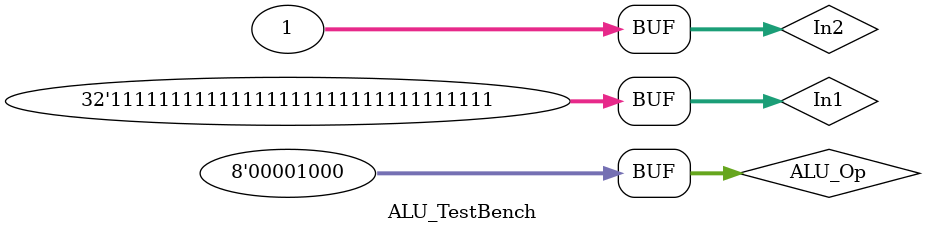
<source format=v>
module ALU(ALU_Op,In1,In2,Result,Z,Cout,OF);// add the flag . 

  //Scalers
  
    output Cout , OF;
	 output reg Z ;

  //Vectors

    input [7:0]  ALU_Op    ;// ALU Operation
    input [31:0] In1 , In2 ;// ALU Inputs

    output  reg [31:0] Result;// ALU Output

  //Wires
  
    wire       S       , Cin                                                       ;
    wire [31:0]Result0 , Result1 , Result2 , Result3 , Result4 , Result5 , Result6 ;
	 

  //Operations 
  
    parameter ADD   = 8'h0  , SUB = 8'h1  , AND32 = 8'h2  , OR32 = 8'h3  , XOR32 = 8'h4  , 
              NOR32 = 8'h5  , SRL = 8'h6  , SLL   = 8'h7  , ADDU = 8'h8  , SUBU  = 8'h9  ,
				  BEQ   = 8'h10 , BNE = 8'h11 , BLT   = 8'h12 , BGT  = 8'h13 , BGE   = 8'h14 ,
				  BLE   = 8'h15 ;

  // Unsigned --> S = 0 , Signed --> S = 1 
  
    assign S   = (ALU_Op == ADD) |  (ALU_Op == SUB) ;
	 
  // Carry In Bit
  
    assign Cin = (ALU_Op == SUB) |   (ALU_Op ==SUBU);
	 
  // 32 - bit Carry lookahead Adder model 
  
    adder_cla adder_2 (Cin , S , In1 , In2 , Result0 , Cout , OF); 

  // 32 - bits And Gate
  
    And32_Gate b (Result1 , In1 , In2);
	 
  // 32 - bits Or Gate
	 
    Or32_Gate c(Result2 , In1 , In2);
	 
  // 32 - bits Xor Gate

	 Xor32_Gate d (Result3 , In1 , In2);
	 
  // 32 - bits Nor Gate
  
    Nor32_Gate e (Result4 , In1 , In2);
	 
  // 32 - bits Shift Left Logical model
 
    SLL32_Bit f (Result5 , In1 , In2);

  // 32 - bits Shift Right Logical model
    
	 SRL32_Bit g (Result6 , In1 , In2);
  
  /**********************************/

    always@(*) begin
	 
      case(ALU_Op)
		
		  ADD : begin Result = Result0;Z = 1'b0; end 
		  SUB : begin Result = Result0;Z = 1'b0; end 
		  SUBU: begin Result = Result0;Z = 1'b0; end 
		  ADDU: begin Result = Result0;Z = 1'b0; end 

		  
		  AND32: begin Result = Result1;Z = 1'b0; end 
        OR32 : begin Result = Result2;Z = 1'b0; end 
		  XOR32: begin Result = Result3;Z = 1'b0; end 
		  NOR32: begin Result = Result4;Z = 1'b0; end 
		
		  SLL: begin Result = Result5;Z = 1'b0; end
		  SRL: begin Result = Result6;Z = 1'b0; end
		  
		  BEQ: Z = (In1 == In2) ? 1'b1 : 1'b0 ;
		  BNE: Z = (In1 != In2) ? 1'b1 : 1'b0 ;
		  BLT: Z = (In1 < In2)  ? 1'b1 : 1'b0 ;
		  BGT: Z = (In1 > In2)  ? 1'b1 : 1'b0 ;
		  BGE: Z = (In1 >= In2) ? 1'b1 : 1'b0 ;
		  BLE: Z = (In1 <= In2) ? 1'b1 : 1'b0 ;

		endcase
	 end
endmodule 


module ALU_TestBench();

  // Reg for Test Values.

    reg [31:0] In1   , In2;
    reg [7:0]  ALU_Op     ;
	 
  //  Define the output Wires.

    wire [31:0] Result;
    wire Z,Cout,OF;

    parameter ADD   = 8'h0  , SUB = 8'h1  , AND32 = 8'h2  , OR32 = 8'h3  , XOR32 = 8'h4  , 
              NOR32 = 8'h5  , SRL = 8'h6  , SLL   = 8'h7  , ADDU = 8'h8  , SUBU  = 8'h9  ,
				  BEQ   = 8'h10 , BNE = 8'h11 , BLT   = 8'h12 , BGT  = 8'h13 , BGE   = 8'h14 ,
				  BLE   = 8'h15 ;



  // Device Under Test .

   ALU DUT (ALU_Op,In1,In2,Result,Z,Cout,OF);

  /************************/

  `timescale 1ns / 1ps

  initial begin
  
	
    In1=32'h5;
	 In2=32'h1;
	
	 #20 // General Tests For check all Models Work proprely
	
	 ALU_Op=ADD;
	
	 #20
	
	 ALU_Op=SUB;
	
	 #20
	
	 ALU_Op=AND32;
	
	 #20
	
	 ALU_Op=OR32;
	
	 #20
	
	 ALU_Op=XOR32;
	 
	 #20
	
	 ALU_Op=NOR32;
	
	 #20
	
	 ALU_Op=SRL;
	
	 #20
	
	 ALU_Op=SLL;
	
	 #20
	
	 ALU_Op=ADDU;
	
	 #20
	
	 ALU_Op=SUBU;
	 
	 #20
	
	 ALU_Op=BEQ;
	 
	 #20
	
	 ALU_Op=BNE;
	 
	 #20
	
	 ALU_Op=BLT;
	 
	 #20
	
	 ALU_Op=BGT;
	 
	 #20
	
	 ALU_Op=BGE;
	 
	 #20
	
	 ALU_Op=BLE;
	 
	 
	 #20  // Check specific cases (OverFlow
	
    In1=32'h7FFFFFFF; // Max positive Value for signed numbers 
	 In2=32'h1;

    ALU_Op=ADD; // Should appear overflow
	 
	 #20

	 ALU_Op=ADDU; // Shouldn't appear overflow
	 
	 #20
	 
	 In1=32'hFFFFFFFF; // Max positive Value for Unsigned numbers 
	 In2=32'h1;
	
    ALU_Op=ADD; // Shouldn't appear overflow
	 
	 #20

	 ALU_Op=ADDU; // Shouldn't appear overflow

end

endmodule
</source>
